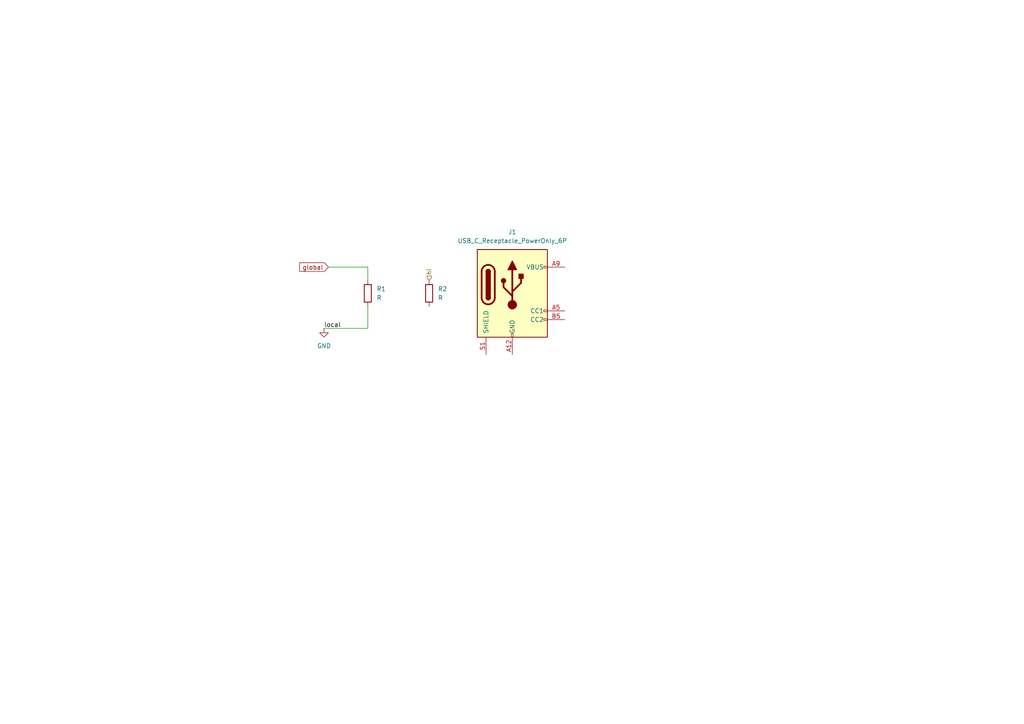
<source format=kicad_sch>
(kicad_sch (version 20250114) (generator "eeschema") (generator_version "9.0")
  (paper "A4")
  (lib_symbols
    (symbol "Connector:USB_C_Receptacle_PowerOnly_6P" (pin_names (offset 1.016))
      (property "Reference" "J" (at 0 16.51 0))
      (property "Value" "USB_C_Receptacle_PowerOnly_6P" (at 0 13.97 0))
      (symbol "USB_C_Receptacle_PowerOnly_6P_0_0"
        (rectangle (start -0.254 -12.7) (end 0.254 -11.684))
        (rectangle (start 10.16 7.874) (end 9.144 7.366))
        (rectangle (start 10.16 -4.826) (end 9.144 -5.334))
        (rectangle (start 10.16 -7.366) (end 9.144 -7.874))
      )
      (symbol "USB_C_Receptacle_PowerOnly_6P_0_1"
        (rectangle (start -10.16 12.7) (end 10.16 -12.7) (stroke (width 0.254)) (fill (type background)))
        (polyline (pts (xy -8.89 -1.27) (xy -8.89 6.35)) (stroke (width 0.508)))
        (rectangle (start -7.62 -1.27) (end -6.35 6.35) (stroke (width 0.254)) (fill (type outline)))
        (arc (start -7.62 6.35) (mid -6.985 6.9823) (end -6.35 6.35) (stroke (width 0.254)))
        (arc (start -7.62 6.35) (mid -6.985 6.9823) (end -6.35 6.35) (stroke (width 0.254)) (fill (type outline)))
        (arc (start -8.89 6.35) (mid -6.985 8.2467) (end -5.08 6.35) (stroke (width 0.508)))
        (arc (start -5.08 -1.27) (mid -6.985 -3.1667) (end -8.89 -1.27) (stroke (width 0.508)))
        (arc (start -6.35 -1.27) (mid -6.985 -1.9023) (end -7.62 -1.27) (stroke (width 0.254)))
        (arc (start -6.35 -1.27) (mid -6.985 -1.9023) (end -7.62 -1.27) (stroke (width 0.254)) (fill (type outline)))
        (polyline (pts (xy -5.08 6.35) (xy -5.08 -1.27)) (stroke (width 0.508)))
        (circle (center -2.54 3.683) (radius 0.635) (stroke (width 0.254)) (fill (type outline)))
        (polyline (pts (xy -1.27 6.858) (xy 0 9.398) (xy 1.27 6.858) (xy -1.27 6.858)) (stroke (width 0.254)) (fill (type outline)))
        (polyline (pts (xy 0 0.508) (xy 2.54 3.048) (xy 2.54 4.318)) (stroke (width 0.508)))
        (polyline (pts (xy 0 -0.762) (xy -2.54 1.778) (xy -2.54 3.048)) (stroke (width 0.508)))
        (polyline (pts (xy 0 -3.302) (xy 0 6.858)) (stroke (width 0.508)))
        (circle (center 0 -3.302) (radius 1.27) (fill (type outline)))
        (rectangle (start 1.905 4.318) (end 3.175 5.588) (stroke (width 0.254)) (fill (type outline)))
      )
      (symbol "USB_C_Receptacle_PowerOnly_6P_1_1"
        (pin passive line (at -7.62 -17.78 90) (length 5.08) (name "SHIELD") (number "S1"))
        (pin passive line (at 0 -17.78 90) (length 5.08) (name "GND") (number "A12"))
        (pin passive line (at 0 -17.78 90) (length 5.08) (hide yes) (name "GND") (number "B12"))
        (pin passive line (at 15.24 7.62 180) (length 5.08) (name "VBUS") (number "A9"))
        (pin passive line (at 15.24 7.62 180) (length 5.08) (hide yes) (name "VBUS") (number "B9"))
        (pin bidirectional line (at 15.24 -5.08 180) (length 5.08) (name "CC1") (number "A5"))
        (pin bidirectional line (at 15.24 -7.62 180) (length 5.08) (name "CC2") (number "B5"))
      )
    )
    (symbol "Device:R" (pin_numbers (hide yes)) (pin_names (offset 0))
      (property "Reference" "R" (at 2.032 0 90))
      (property "Value" "R" (at 0 0 90))
      (symbol "R_0_1"
        (rectangle (start -1.016 -2.54) (end 1.016 2.54) (stroke (width 0.254)))
      )
      (symbol "R_1_1"
        (pin passive line (at 0 3.81 270) (length 1.27) (name "~") (number "1"))
        (pin passive line (at 0 -3.81 90) (length 1.27) (name "~") (number "2"))
      )
    )
    (symbol "power:GND" (power) (pin_numbers (hide yes)) (pin_names (offset 0) (hide yes))
      (property "Value" "GND" (at 0 -3.81 0))
      (symbol "GND_0_1"
        (polyline (pts (xy 0 0) (xy 0 -1.27) (xy 1.27 -1.27) (xy 0 -2.54) (xy -1.27 -1.27) (xy 0 -1.27)))
      )
      (symbol "GND_1_1"
        (pin power_in line (at 0 0 270) (length 0) (name "~") (number "1"))
      )
    )
  )
  (wire (pts (xy 93.98 95.25) (xy 106.68 95.25)))
  (wire (pts (xy 106.68 88.9) (xy 106.68 95.25)))
  (wire (pts (xy 95.25 77.47) (xy 106.68 77.47)))
  (wire (pts (xy 106.68 81.28) (xy 106.68 77.47)))
  (label "local" (at 93.98 95.25 0))
  (global_label "global" (shape input) (at 95.25 77.47 180) (property "Intersheetrefs" "${INTERSHEET_REFS}" (effects (hide yes))))
  (hierarchical_label "hi" (shape input) (at 124.46 81.28 90))
  (symbol (lib_id "Connector:USB_C_Receptacle_PowerOnly_6P") (at 148.59 85.09 0) (unit 1)
    (property "Reference" "J1" (at 148.59 67.31 0))
    (property "Value" "USB_C_Receptacle_PowerOnly_6P" (at 148.59 69.85 0))
    (property "Datasheet" "https://www.usb.org/sites/default/files/documents/usb_type-c.zip" (effects (hide yes)))
    (property "Description" "USB Power-Only 6P Type-C Receptacle connector" (effects (hide yes)))
  )
  (symbol (lib_id "Device:R") (at 124.46 85.09 0) (unit 1)
    (property "Reference" "R2" (at 127 83.8199 0) (effects (justify left)))
    (property "Value" "R" (at 127 86.3599 0) (effects (justify left)))
    (property "Description" "Resistor" (effects (hide yes)))
  )
  (symbol (lib_id "power:GND") (at 93.98 95.25 0) (unit 1)
    (property "Reference" "#PWR01" (effects (hide yes)))
    (property "Value" "GND" (at 93.98 100.33 0))
    (property "Description" "Power symbol creates a global label with name \"GND\" , ground" (effects (hide yes)))
  )
  (symbol (lib_id "Device:R") (at 106.68 85.09 0) (unit 1)
    (property "Reference" "R1" (at 109.22 83.8199 0) (effects (justify left)))
    (property "Value" "R" (at 109.22 86.3599 0) (effects (justify left)))
    (property "Description" "Resistor" (effects (hide yes)))
  )
)
</source>
